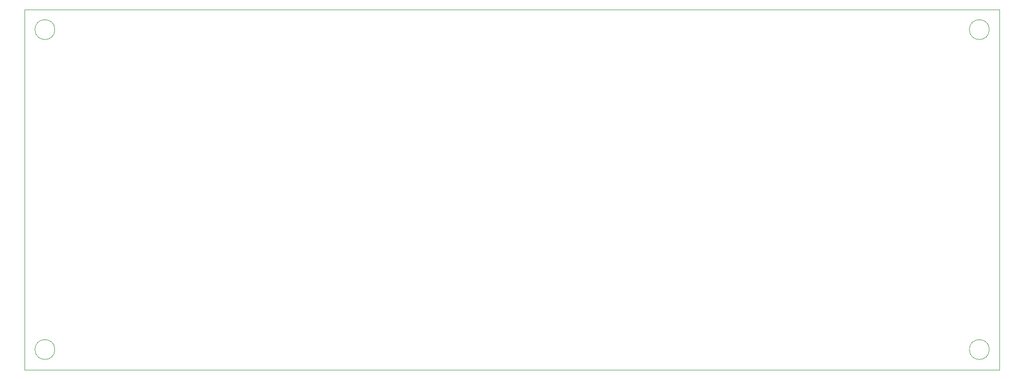
<source format=gbr>
G04 #@! TF.GenerationSoftware,KiCad,Pcbnew,(5.1.5)-3*
G04 #@! TF.CreationDate,2020-10-11T20:41:41-04:00*
G04 #@! TF.ProjectId,VFDDriver,56464444-7269-4766-9572-2e6b69636164,rev?*
G04 #@! TF.SameCoordinates,Original*
G04 #@! TF.FileFunction,Profile,NP*
%FSLAX46Y46*%
G04 Gerber Fmt 4.6, Leading zero omitted, Abs format (unit mm)*
G04 Created by KiCad (PCBNEW (5.1.5)-3) date 2020-10-11 20:41:41*
%MOMM*%
%LPD*%
G04 APERTURE LIST*
%ADD10C,0.050000*%
%ADD11C,0.100000*%
G04 APERTURE END LIST*
D10*
X77442000Y-109220000D02*
G75*
G03X77442000Y-109220000I-1750000J0D01*
G01*
X77442000Y-52832000D02*
G75*
G03X77442000Y-52832000I-1750000J0D01*
G01*
X241780060Y-109220000D02*
G75*
G03X241780060Y-109220000I-1750000J0D01*
G01*
X241780000Y-52832000D02*
G75*
G03X241780000Y-52832000I-1750000J0D01*
G01*
D11*
X243586000Y-49276000D02*
X243586000Y-112776000D01*
X72136000Y-49276000D02*
X243586000Y-49276000D01*
X72136000Y-112776000D02*
X72136000Y-49276000D01*
X243586000Y-112776000D02*
X72136000Y-112776000D01*
M02*

</source>
